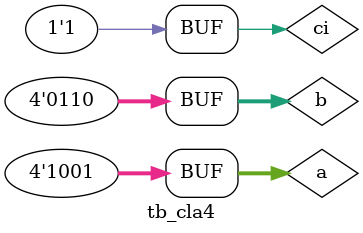
<source format=v>
`timescale 1ns/1ps

module tb_cla4();

reg [3:0] a, b;
reg ci;
wire [3:0] s;
wire co, gg, pg;

cla4 U0(.a(a), .b(b), .ci(ci), .co(co), .s(s), .gg(gg), .pg(pg));

initial begin
	#10 a = 4'b1001; b = 4'b0110; ci = 1'b1;

end
endmodule

</source>
